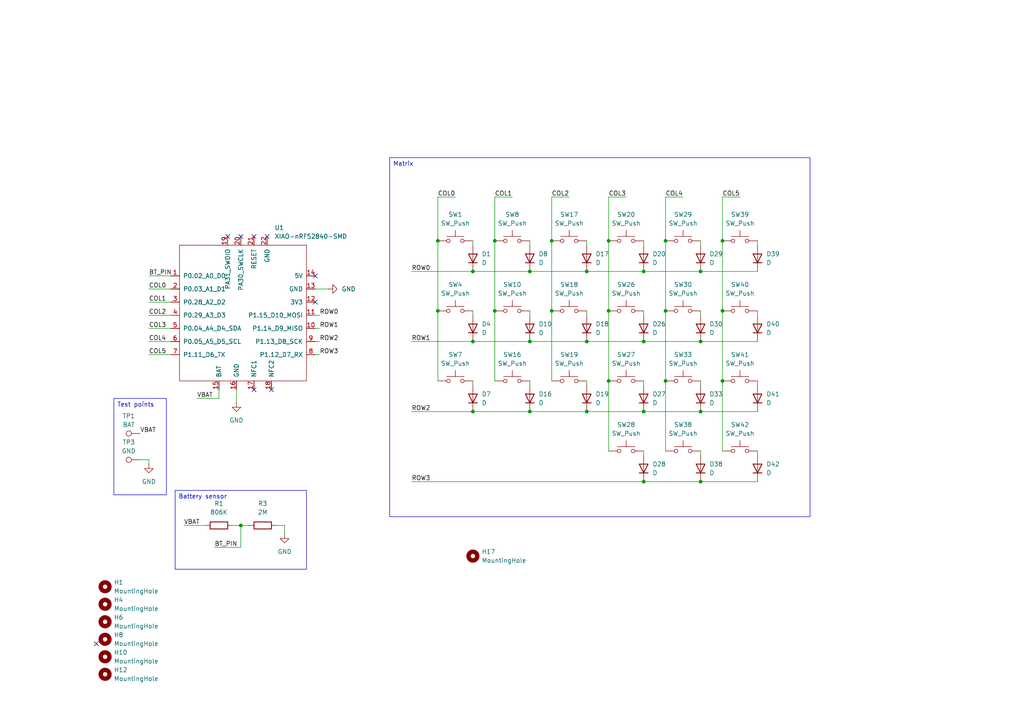
<source format=kicad_sch>
(kicad_sch (version 20250114) (generator "eeschema") (generator_version "9.0")
  (paper "A4")
  (lib_symbols
    (symbol "Connector:TestPoint" (pin_numbers (hide yes)) (pin_names (offset 0.762) (hide yes))
      (property "Reference" "TP" (at 0 6.858 0))
      (property "Value" "TestPoint" (at 0 5.08 0))
      (symbol "TestPoint_0_1"
        (circle (center 0 3.302) (radius 0.762))
      )
      (symbol "TestPoint_1_1"
        (pin passive line (at 0 0 90) (length 2.54) (name "1") (number "1"))
      )
    )
    (symbol "Device:D" (pin_numbers (hide yes)) (pin_names (offset 1.016) (hide yes))
      (property "Reference" "D" (at 0 2.54 0))
      (property "Value" "D" (at 0 -2.54 0))
      (symbol "D_0_1"
        (polyline (pts (xy -1.27 1.27) (xy -1.27 -1.27)) (stroke (width 0.254)))
        (polyline (pts (xy 1.27 1.27) (xy 1.27 -1.27) (xy -1.27 0) (xy 1.27 1.27)) (stroke (width 0.254)))
        (polyline (pts (xy 1.27 0) (xy -1.27 0)))
      )
      (symbol "D_1_1"
        (pin passive line (at -3.81 0 0) (length 2.54) (name "K") (number "1"))
        (pin passive line (at 3.81 0 180) (length 2.54) (name "A") (number "2"))
      )
    )
    (symbol "Device:R" (pin_numbers (hide yes)) (pin_names (offset 0))
      (property "Reference" "R" (at 2.032 0 90))
      (property "Value" "R" (at 0 0 90))
      (symbol "R_0_1"
        (rectangle (start -1.016 -2.54) (end 1.016 2.54) (stroke (width 0.254)))
      )
      (symbol "R_1_1"
        (pin passive line (at 0 3.81 270) (length 1.27) (name "~") (number "1"))
        (pin passive line (at 0 -3.81 90) (length 1.27) (name "~") (number "2"))
      )
    )
    (symbol "Mechanical:MountingHole" (pin_names (offset 1.016)) (in_bom no)
      (property "Reference" "H" (at 0 5.08 0))
      (property "Value" "MountingHole" (at 0 3.175 0))
      (symbol "MountingHole_0_1"
        (circle (center 0 0) (radius 1.27) (stroke (width 1.27)))
      )
    )
    (symbol "OPL:XIAO-nRF52840-SMD" (pin_names (offset 1.016))
      (property "Reference" "U" (at -18.542 23.114 0))
      (property "Value" "XIAO-nRF52840-SMD" (at -8.636 21.336 0))
      (symbol "XIAO-nRF52840-SMD_0_1"
        (rectangle (start -19.05 20.32) (end 17.78 -19.05))
      )
      (symbol "XIAO-nRF52840-SMD_1_1"
        (pin passive line (at -21.59 11.43 0) (length 2.54) (name "P0.02_A0_D0") (number "1"))
        (pin passive line (at -21.59 7.62 0) (length 2.54) (name "P0.03_A1_D1") (number "2"))
        (pin passive line (at -21.59 3.81 0) (length 2.54) (name "P0.28_A2_D2") (number "3"))
        (pin passive line (at -21.59 0 0) (length 2.54) (name "P0.29_A3_D3") (number "4"))
        (pin passive line (at -21.59 -3.81 0) (length 2.54) (name "P0.04_A4_D4_SDA") (number "5"))
        (pin passive line (at -21.59 -7.62 0) (length 2.54) (name "P0.05_A5_D5_SCL") (number "6"))
        (pin passive line (at -21.59 -11.43 0) (length 2.54) (name "P1.11_D6_TX") (number "7"))
        (pin passive line (at -7.62 -21.59 90) (length 2.54) (name "BAT") (number "15"))
        (pin passive line (at -5.08 22.86 270) (length 2.54) (name "PA31_SWDIO") (number "19"))
        (pin passive line (at -2.54 -21.59 90) (length 2.54) (name "GND") (number "16"))
        (pin passive line (at -1.27 22.86 270) (length 2.54) (name "PA30_SWCLK") (number "20"))
        (pin passive line (at 2.54 22.86 270) (length 2.54) (name "RESET") (number "21"))
        (pin passive line (at 2.54 -21.59 90) (length 2.54) (name "NFC1") (number "17"))
        (pin passive line (at 6.35 22.86 270) (length 2.54) (name "GND") (number "22"))
        (pin passive line (at 7.62 -21.59 90) (length 2.54) (name "NFC2") (number "18"))
        (pin passive line (at 20.32 11.43 180) (length 2.54) (name "5V") (number "14"))
        (pin passive line (at 20.32 7.62 180) (length 2.54) (name "GND") (number "13"))
        (pin passive line (at 20.32 3.81 180) (length 2.54) (name "3V3") (number "12"))
        (pin passive line (at 20.32 0 180) (length 2.54) (name "P1.15_D10_MOSI") (number "11"))
        (pin passive line (at 20.32 -3.81 180) (length 2.54) (name "P1.14_D9_MISO") (number "10"))
        (pin passive line (at 20.32 -7.62 180) (length 2.54) (name "P1.13_D8_SCK") (number "9"))
        (pin passive line (at 20.32 -11.43 180) (length 2.54) (name "P1.12_D7_RX") (number "8"))
      )
    )
    (symbol "Switch:SW_Push" (pin_numbers (hide yes)) (pin_names (offset 1.016) (hide yes))
      (property "Reference" "SW" (at 1.27 2.54 0))
      (property "Value" "SW_Push" (at 0 -1.524 0))
      (symbol "SW_Push_0_1"
        (circle (center -2.032 0) (radius 0.508))
        (polyline (pts (xy 0 1.27) (xy 0 3.048)))
        (circle (center 2.032 0) (radius 0.508))
        (polyline (pts (xy 2.54 1.27) (xy -2.54 1.27)))
        (pin passive line (at -5.08 0 0) (length 2.54) (name "1") (number "1"))
        (pin passive line (at 5.08 0 180) (length 2.54) (name "2") (number "2"))
      )
    )
    (symbol "power:GND" (power) (pin_numbers (hide yes)) (pin_names (offset 0) (hide yes))
      (property "Value" "GND" (at 0 -3.81 0))
      (symbol "GND_0_1"
        (polyline (pts (xy 0 0) (xy 0 -1.27) (xy 1.27 -1.27) (xy 0 -2.54) (xy -1.27 -1.27) (xy 0 -1.27)))
      )
      (symbol "GND_1_1"
        (pin power_in line (at 0 0 270) (length 0) (name "~") (number "1"))
      )
    )
  )
  (text_box "Matrix" (at 113.03 45.72 0) (size 121.92 104.14) (margins 0.9525 0.9525 0.9525 0.9525) (effects (font (size 1.27 1.27)) (justify left top)))
  (text_box "Test points" (at 33.02 115.57 0) (size 15.24 27.94) (margins 0.9525 0.9525 0.9525 0.9525) (effects (font (size 1.27 1.27)) (justify left top)))
  (text_box "Battery sensor" (at 50.8 142.24 0) (size 38.1 22.86) (margins 0.9525 0.9525 0.9525 0.9525) (effects (font (size 1.27 1.27)) (justify left top)))
  (junction (at 137.16 119.38))
  (junction (at 153.67 119.38))
  (junction (at 127 90.17))
  (junction (at 203.2 119.38))
  (junction (at 193.04 90.17))
  (junction (at 137.16 99.06))
  (junction (at 193.04 110.49))
  (junction (at 170.18 99.06))
  (junction (at 160.02 69.85))
  (junction (at 203.2 99.06))
  (junction (at 170.18 78.74))
  (junction (at 209.55 110.49))
  (junction (at 160.02 90.17))
  (junction (at 203.2 78.74))
  (junction (at 153.67 78.74))
  (junction (at 186.69 139.7))
  (junction (at 143.51 90.17))
  (junction (at 209.55 90.17))
  (junction (at 186.69 99.06))
  (junction (at 137.16 78.74))
  (junction (at 193.04 69.85))
  (junction (at 203.2 139.7))
  (junction (at 186.69 119.38))
  (junction (at 143.51 69.85))
  (junction (at 209.55 69.85))
  (junction (at 176.53 110.49))
  (junction (at 69.85 152.4))
  (junction (at 176.53 90.17))
  (junction (at 127 69.85))
  (junction (at 176.53 69.85))
  (junction (at 153.67 99.06))
  (junction (at 186.69 78.74))
  (junction (at 170.18 119.38))
  (no_connect (at 91.44 87.63))
  (no_connect (at 77.47 68.58))
  (no_connect (at 69.85 68.58))
  (no_connect (at 73.66 68.58))
  (no_connect (at 66.04 68.58))
  (no_connect (at 73.66 113.03))
  (no_connect (at 78.74 113.03))
  (no_connect (at 27.94 186.69))
  (no_connect (at 91.44 80.01))
  (wire (pts (xy 209.55 57.15) (xy 214.63 57.15)))
  (wire (pts (xy 143.51 69.85) (xy 143.51 90.17)))
  (wire (pts (xy 153.67 78.74) (xy 170.18 78.74)))
  (wire (pts (xy 203.2 119.38) (xy 219.71 119.38)))
  (wire (pts (xy 127 69.85) (xy 127 90.17)))
  (wire (pts (xy 203.2 130.81) (xy 203.2 132.08)))
  (wire (pts (xy 176.53 69.85) (xy 176.53 57.15)))
  (wire (pts (xy 127 90.17) (xy 127 110.49)))
  (wire (pts (xy 63.5 115.57) (xy 63.5 113.03)))
  (wire (pts (xy 209.55 110.49) (xy 209.55 130.81)))
  (wire (pts (xy 186.69 78.74) (xy 203.2 78.74)))
  (wire (pts (xy 91.44 83.82) (xy 95.25 83.82)))
  (wire (pts (xy 160.02 57.15) (xy 165.1 57.15)))
  (wire (pts (xy 186.69 130.81) (xy 186.69 132.08)))
  (wire (pts (xy 160.02 90.17) (xy 160.02 110.49)))
  (wire (pts (xy 170.18 69.85) (xy 170.18 71.12)))
  (wire (pts (xy 186.69 119.38) (xy 203.2 119.38)))
  (wire (pts (xy 91.44 95.25) (xy 92.71 95.25)))
  (wire (pts (xy 91.44 99.06) (xy 92.71 99.06)))
  (wire (pts (xy 170.18 78.74) (xy 186.69 78.74)))
  (wire (pts (xy 203.2 139.7) (xy 219.71 139.7)))
  (wire (pts (xy 193.04 57.15) (xy 198.12 57.15)))
  (wire (pts (xy 82.55 154.94) (xy 82.55 152.4)))
  (wire (pts (xy 170.18 110.49) (xy 170.18 111.76)))
  (wire (pts (xy 119.38 119.38) (xy 137.16 119.38)))
  (wire (pts (xy 160.02 69.85) (xy 160.02 90.17)))
  (wire (pts (xy 153.67 119.38) (xy 170.18 119.38)))
  (wire (pts (xy 69.85 152.4) (xy 67.31 152.4)))
  (wire (pts (xy 219.71 69.85) (xy 219.71 71.12)))
  (wire (pts (xy 170.18 119.38) (xy 186.69 119.38)))
  (wire (pts (xy 209.55 90.17) (xy 209.55 110.49)))
  (wire (pts (xy 153.67 99.06) (xy 170.18 99.06)))
  (wire (pts (xy 43.18 83.82) (xy 49.53 83.82)))
  (wire (pts (xy 186.69 139.7) (xy 203.2 139.7)))
  (wire (pts (xy 219.71 130.81) (xy 219.71 132.08)))
  (wire (pts (xy 43.18 87.63) (xy 49.53 87.63)))
  (wire (pts (xy 43.18 80.01) (xy 49.53 80.01)))
  (wire (pts (xy 186.69 90.17) (xy 186.69 91.44)))
  (wire (pts (xy 68.58 113.03) (xy 68.58 116.84)))
  (wire (pts (xy 137.16 119.38) (xy 153.67 119.38)))
  (wire (pts (xy 193.04 69.85) (xy 193.04 57.15)))
  (wire (pts (xy 203.2 110.49) (xy 203.2 111.76)))
  (wire (pts (xy 170.18 99.06) (xy 186.69 99.06)))
  (wire (pts (xy 203.2 99.06) (xy 219.71 99.06)))
  (wire (pts (xy 193.04 110.49) (xy 193.04 130.81)))
  (wire (pts (xy 203.2 90.17) (xy 203.2 91.44)))
  (wire (pts (xy 137.16 78.74) (xy 153.67 78.74)))
  (wire (pts (xy 62.23 158.75) (xy 69.85 158.75)))
  (wire (pts (xy 53.34 152.4) (xy 59.69 152.4)))
  (wire (pts (xy 219.71 90.17) (xy 219.71 91.44)))
  (wire (pts (xy 176.53 90.17) (xy 176.53 110.49)))
  (wire (pts (xy 209.55 69.85) (xy 209.55 90.17)))
  (wire (pts (xy 69.85 158.75) (xy 69.85 152.4)))
  (wire (pts (xy 143.51 57.15) (xy 148.59 57.15)))
  (wire (pts (xy 170.18 90.17) (xy 170.18 91.44)))
  (wire (pts (xy 143.51 69.85) (xy 143.51 57.15)))
  (wire (pts (xy 193.04 90.17) (xy 193.04 110.49)))
  (wire (pts (xy 203.2 69.85) (xy 203.2 71.12)))
  (wire (pts (xy 186.69 99.06) (xy 203.2 99.06)))
  (wire (pts (xy 43.18 99.06) (xy 49.53 99.06)))
  (wire (pts (xy 209.55 69.85) (xy 209.55 57.15)))
  (wire (pts (xy 160.02 69.85) (xy 160.02 57.15)))
  (wire (pts (xy 43.18 91.44) (xy 49.53 91.44)))
  (wire (pts (xy 119.38 78.74) (xy 137.16 78.74)))
  (wire (pts (xy 43.18 95.25) (xy 49.53 95.25)))
  (wire (pts (xy 43.18 102.87) (xy 49.53 102.87)))
  (wire (pts (xy 137.16 90.17) (xy 137.16 91.44)))
  (wire (pts (xy 127 57.15) (xy 132.08 57.15)))
  (wire (pts (xy 176.53 69.85) (xy 176.53 90.17)))
  (wire (pts (xy 186.69 69.85) (xy 186.69 71.12)))
  (wire (pts (xy 137.16 99.06) (xy 153.67 99.06)))
  (wire (pts (xy 91.44 102.87) (xy 92.71 102.87)))
  (wire (pts (xy 43.18 133.35) (xy 40.64 133.35)))
  (wire (pts (xy 219.71 110.49) (xy 219.71 111.76)))
  (wire (pts (xy 153.67 69.85) (xy 153.67 71.12)))
  (wire (pts (xy 143.51 90.17) (xy 143.51 110.49)))
  (wire (pts (xy 57.15 115.57) (xy 63.5 115.57)))
  (wire (pts (xy 119.38 99.06) (xy 137.16 99.06)))
  (wire (pts (xy 137.16 110.49) (xy 137.16 111.76)))
  (wire (pts (xy 153.67 110.49) (xy 153.67 111.76)))
  (wire (pts (xy 127 69.85) (xy 127 57.15)))
  (wire (pts (xy 69.85 152.4) (xy 72.39 152.4)))
  (wire (pts (xy 43.18 134.62) (xy 43.18 133.35)))
  (wire (pts (xy 119.38 139.7) (xy 186.69 139.7)))
  (wire (pts (xy 137.16 69.85) (xy 137.16 71.12)))
  (wire (pts (xy 153.67 90.17) (xy 153.67 91.44)))
  (wire (pts (xy 176.53 57.15) (xy 181.61 57.15)))
  (wire (pts (xy 91.44 91.44) (xy 92.71 91.44)))
  (wire (pts (xy 176.53 110.49) (xy 176.53 130.81)))
  (wire (pts (xy 82.55 152.4) (xy 80.01 152.4)))
  (wire (pts (xy 193.04 69.85) (xy 193.04 90.17)))
  (wire (pts (xy 186.69 110.49) (xy 186.69 111.76)))
  (wire (pts (xy 203.2 78.74) (xy 219.71 78.74)))
  (label "COL1" (at 143.51 57.15 0))
  (label "ROW0" (at 92.71 91.44 0))
  (label "ROW2" (at 92.71 99.06 0))
  (label "ROW1" (at 119.38 99.06 0))
  (label "COL2" (at 43.18 91.44 0))
  (label "COL0" (at 43.18 83.82 0))
  (label "VBAT" (at 40.64 125.73 0))
  (label "ROW1" (at 92.71 95.25 0))
  (label "COL0" (at 127 57.15 0))
  (label "COL2" (at 160.02 57.15 0))
  (label "ROW2" (at 119.38 119.38 0))
  (label "COL5" (at 43.18 102.87 0))
  (label "COL4" (at 43.18 99.06 0))
  (label "COL3" (at 176.53 57.15 0))
  (label "COL4" (at 193.04 57.15 0))
  (label "ROW0" (at 119.38 78.74 0))
  (label "COL3" (at 43.18 95.25 0))
  (label "VBAT" (at 57.15 115.57 0))
  (label "VBAT" (at 53.34 152.4 0))
  (label "COL5" (at 209.55 57.15 0))
  (label "ROW3" (at 92.71 102.87 0))
  (label "BT_PIN" (at 62.23 158.75 0))
  (label "BT_PIN" (at 43.18 80.01 0))
  (label "ROW3" (at 119.38 139.7 0))
  (label "COL1" (at 43.18 87.63 0))
  (symbol (lib_id "Switch:SW_Push") (at 165.1 110.49 0) (unit 1)
    (property "Reference" "SW19" (at 165.1 102.87 0))
    (property "Value" "SW_Push" (at 165.1 105.41 0))
    (property "Footprint" "PCM_marbastlib-mx:SW_MX_HS_CPG151101S11_1u" (effects (hide yes)))
    (property "Description" "Push button switch, generic, two pins" (effects (hide yes)))
  )
  (symbol (lib_id "Device:R") (at 63.5 152.4 90) (unit 1)
    (property "Reference" "R2" (at 63.5 146.05 90))
    (property "Value" "806K" (at 63.5 148.59 90))
    (property "Footprint" "Resistor_SMD:R_0805_2012Metric" (effects (hide yes)))
    (property "Description" "Resistor" (effects (hide yes)))
    (instances (project "" (path "" (reference "R1") (unit 1)) (path "" (reference "R2") (unit 1))))
  )
  (symbol (lib_id "Switch:SW_Push") (at 198.12 90.17 0) (unit 1)
    (property "Reference" "SW30" (at 198.12 82.55 0))
    (property "Value" "SW_Push" (at 198.12 85.09 0))
    (property "Footprint" "PCM_marbastlib-mx:SW_MX_HS_CPG151101S11_1u" (effects (hide yes)))
    (property "Description" "Push button switch, generic, two pins" (effects (hide yes)))
  )
  (symbol (lib_id "Switch:SW_Push") (at 198.12 130.81 0) (unit 1)
    (property "Reference" "SW38" (at 198.12 123.19 0))
    (property "Value" "SW_Push" (at 198.12 125.73 0))
    (property "Footprint" "PCM_marbastlib-mx:SW_MX_HS_CPG151101S11_1u" (effects (hide yes)))
    (property "Description" "Push button switch, generic, two pins" (effects (hide yes)))
  )
  (symbol (lib_id "Device:D") (at 186.69 115.57 90) (unit 1)
    (property "Reference" "D27" (at 189.23 114.2999 90) (effects (justify right)))
    (property "Value" "D" (at 189.23 116.8399 90) (effects (justify right)))
    (property "Footprint" "Diode_SMD:D_SOD-123" (effects (hide yes)))
    (property "Description" "Diode" (effects (hide yes)))
    (property "Sim.Device" "D" (effects (hide yes)))
    (property "Sim.Pins" "1=K 2=A" (effects (hide yes)))
  )
  (symbol (lib_id "Device:D") (at 137.16 115.57 90) (unit 1)
    (property "Reference" "D7" (at 139.7 114.2999 90) (effects (justify right)))
    (property "Value" "D" (at 139.7 116.8399 90) (effects (justify right)))
    (property "Footprint" "Diode_SMD:D_SOD-123" (effects (hide yes)))
    (property "Description" "Diode" (effects (hide yes)))
    (property "Sim.Device" "D" (effects (hide yes)))
    (property "Sim.Pins" "1=K 2=A" (effects (hide yes)))
  )
  (symbol (lib_id "Switch:SW_Push") (at 198.12 110.49 0) (unit 1)
    (property "Reference" "SW33" (at 198.12 102.87 0))
    (property "Value" "SW_Push" (at 198.12 105.41 0))
    (property "Footprint" "PCM_marbastlib-mx:SW_MX_HS_CPG151101S11_1u" (effects (hide yes)))
    (property "Description" "Push button switch, generic, two pins" (effects (hide yes)))
  )
  (symbol (lib_id "power:GND") (at 68.58 116.84 0) (unit 1)
    (property "Reference" "#PWR04" (effects (hide yes)))
    (property "Value" "GND" (at 68.58 121.92 0))
    (property "Description" "Power symbol creates a global label with name \"GND\" , ground" (effects (hide yes)))
    (instances (project "" (path "" (reference "#PWR03") (unit 1)) (path "" (reference "#PWR04") (unit 1))))
  )
  (symbol (lib_id "Device:D") (at 137.16 95.25 90) (unit 1)
    (property "Reference" "D4" (at 139.7 93.9799 90) (effects (justify right)))
    (property "Value" "D" (at 139.7 96.5199 90) (effects (justify right)))
    (property "Footprint" "Diode_SMD:D_SOD-123" (effects (hide yes)))
    (property "Description" "Diode" (effects (hide yes)))
    (property "Sim.Device" "D" (effects (hide yes)))
    (property "Sim.Pins" "1=K 2=A" (effects (hide yes)))
  )
  (symbol (lib_id "power:GND") (at 43.18 134.62 0) (unit 1)
    (property "Reference" "#PWR02" (effects (hide yes)))
    (property "Value" "GND" (at 43.18 139.7 0))
    (property "Description" "Power symbol creates a global label with name \"GND\" , ground" (effects (hide yes)))
    (instances (project "" (path "" (reference "#PWR01") (unit 1)) (path "" (reference "#PWR02") (unit 1))))
  )
  (symbol (lib_id "Switch:SW_Push") (at 148.59 69.85 0) (unit 1)
    (property "Reference" "SW8" (at 148.59 62.23 0))
    (property "Value" "SW_Push" (at 148.59 64.77 0))
    (property "Footprint" "PCM_marbastlib-mx:SW_MX_HS_CPG151101S11_1u" (effects (hide yes)))
    (property "Description" "Push button switch, generic, two pins" (effects (hide yes)))
  )
  (symbol (lib_id "Switch:SW_Push") (at 214.63 69.85 0) (unit 1)
    (property "Reference" "SW39" (at 214.63 62.23 0))
    (property "Value" "SW_Push" (at 214.63 64.77 0))
    (property "Footprint" "PCM_marbastlib-mx:SW_MX_HS_CPG151101S11_1u" (effects (hide yes)))
    (property "Description" "Push button switch, generic, two pins" (effects (hide yes)))
  )
  (symbol (lib_id "Device:D") (at 203.2 95.25 90) (unit 1)
    (property "Reference" "D30" (at 205.74 93.9799 90) (effects (justify right)))
    (property "Value" "D" (at 205.74 96.5199 90) (effects (justify right)))
    (property "Footprint" "Diode_SMD:D_SOD-123" (effects (hide yes)))
    (property "Description" "Diode" (effects (hide yes)))
    (property "Sim.Device" "D" (effects (hide yes)))
    (property "Sim.Pins" "1=K 2=A" (effects (hide yes)))
  )
  (symbol (lib_id "Connector:TestPoint") (at 40.64 125.73 90) (unit 1)
    (property "Reference" "TP2" (at 37.338 120.65 90))
    (property "Value" "BAT" (at 37.338 123.19 90))
    (property "Footprint" "TestPoint:TestPoint_Pad_D2.0mm" (effects (hide yes)))
    (property "Description" "test point" (effects (hide yes)))
    (instances (project "" (path "" (reference "TP1") (unit 1)) (path "" (reference "TP2") (unit 1))))
  )
  (symbol (lib_id "Switch:SW_Push") (at 214.63 130.81 0) (unit 1)
    (property "Reference" "SW42" (at 214.63 123.19 0))
    (property "Value" "SW_Push" (at 214.63 125.73 0))
    (property "Footprint" "PCM_marbastlib-mx:SW_MX_HS_CPG151101S11_1u" (effects (hide yes)))
    (property "Description" "Push button switch, generic, two pins" (effects (hide yes)))
  )
  (symbol (lib_id "Device:D") (at 186.69 95.25 90) (unit 1)
    (property "Reference" "D26" (at 189.23 93.9799 90) (effects (justify right)))
    (property "Value" "D" (at 189.23 96.5199 90) (effects (justify right)))
    (property "Footprint" "Diode_SMD:D_SOD-123" (effects (hide yes)))
    (property "Description" "Diode" (effects (hide yes)))
    (property "Sim.Device" "D" (effects (hide yes)))
    (property "Sim.Pins" "1=K 2=A" (effects (hide yes)))
  )
  (symbol (lib_id "Device:R") (at 76.2 152.4 90) (unit 1)
    (property "Reference" "R4" (at 76.2 146.05 90))
    (property "Value" "2M" (at 76.2 148.59 90))
    (property "Footprint" "Resistor_SMD:R_0805_2012Metric" (effects (hide yes)))
    (property "Description" "Resistor" (effects (hide yes)))
    (instances (project "" (path "" (reference "R3") (unit 1)) (path "" (reference "R4") (unit 1))))
  )
  (symbol (lib_id "Mechanical:MountingHole") (at 30.48 170.18 0) (unit 1) (in_bom no)
    (property "Reference" "H2" (at 33.02 168.9099 0) (effects (justify left)))
    (property "Value" "MountingHole" (at 33.02 171.4499 0) (effects (justify left)))
    (property "Footprint" "MountingHole:MountingHole_2.2mm_M2" (effects (hide yes)))
    (property "Description" "Mounting Hole without connection" (effects (hide yes)))
    (instances (project "" (path "" (reference "H1") (unit 1)) (path "" (reference "H2") (unit 1))))
  )
  (symbol (lib_id "Device:D") (at 170.18 95.25 90) (unit 1)
    (property "Reference" "D18" (at 172.72 93.9799 90) (effects (justify right)))
    (property "Value" "D" (at 172.72 96.5199 90) (effects (justify right)))
    (property "Footprint" "Diode_SMD:D_SOD-123" (effects (hide yes)))
    (property "Description" "Diode" (effects (hide yes)))
    (property "Sim.Device" "D" (effects (hide yes)))
    (property "Sim.Pins" "1=K 2=A" (effects (hide yes)))
  )
  (symbol (lib_id "Mechanical:MountingHole") (at 30.48 190.5 0) (unit 1) (in_bom no)
    (property "Reference" "H10" (at 33.02 189.23 0) (effects (justify left)))
    (property "Value" "MountingHole" (at 33.02 191.7699 0) (effects (justify left)))
    (property "Footprint" "MountingHole:MountingHole_2.2mm_M2" (effects (hide yes)))
    (property "Description" "Mounting Hole without connection" (effects (hide yes)))
  )
  (symbol (lib_id "Device:D") (at 219.71 95.25 90) (unit 1)
    (property "Reference" "D40" (at 222.25 93.9799 90) (effects (justify right)))
    (property "Value" "D" (at 222.25 96.5199 90) (effects (justify right)))
    (property "Footprint" "Diode_SMD:D_SOD-123" (effects (hide yes)))
    (property "Description" "Diode" (effects (hide yes)))
    (property "Sim.Device" "D" (effects (hide yes)))
    (property "Sim.Pins" "1=K 2=A" (effects (hide yes)))
  )
  (symbol (lib_id "Switch:SW_Push") (at 165.1 69.85 0) (unit 1)
    (property "Reference" "SW17" (at 165.1 62.23 0))
    (property "Value" "SW_Push" (at 165.1 64.77 0))
    (property "Footprint" "PCM_marbastlib-mx:SW_MX_HS_CPG151101S11_1u" (effects (hide yes)))
    (property "Description" "Push button switch, generic, two pins" (effects (hide yes)))
  )
  (symbol (lib_id "Mechanical:MountingHole") (at 30.48 175.26 0) (unit 1) (in_bom no)
    (property "Reference" "H4" (at 33.02 173.9899 0) (effects (justify left)))
    (property "Value" "MountingHole" (at 33.02 176.5299 0) (effects (justify left)))
    (property "Footprint" "MountingHole:MountingHole_2.2mm_M2" (effects (hide yes)))
    (property "Description" "Mounting Hole without connection" (effects (hide yes)))
  )
  (symbol (lib_id "Device:D") (at 186.69 135.89 90) (unit 1)
    (property "Reference" "D28" (at 189.23 134.6199 90) (effects (justify right)))
    (property "Value" "D" (at 189.23 137.1599 90) (effects (justify right)))
    (property "Footprint" "Diode_SMD:D_SOD-123" (effects (hide yes)))
    (property "Description" "Diode" (effects (hide yes)))
    (property "Sim.Device" "D" (effects (hide yes)))
    (property "Sim.Pins" "1=K 2=A" (effects (hide yes)))
  )
  (symbol (lib_id "Device:D") (at 170.18 74.93 90) (unit 1)
    (property "Reference" "D17" (at 172.72 73.6599 90) (effects (justify right)))
    (property "Value" "D" (at 172.72 76.1999 90) (effects (justify right)))
    (property "Footprint" "Diode_SMD:D_SOD-123" (effects (hide yes)))
    (property "Description" "Diode" (effects (hide yes)))
    (property "Sim.Device" "D" (effects (hide yes)))
    (property "Sim.Pins" "1=K 2=A" (effects (hide yes)))
  )
  (symbol (lib_id "Switch:SW_Push") (at 181.61 130.81 0) (unit 1)
    (property "Reference" "SW28" (at 181.61 123.19 0))
    (property "Value" "SW_Push" (at 181.61 125.73 0))
    (property "Footprint" "PCM_marbastlib-mx:SW_MX_HS_CPG151101S11_1u" (effects (hide yes)))
    (property "Description" "Push button switch, generic, two pins" (effects (hide yes)))
  )
  (symbol (lib_id "power:GND") (at 82.55 154.94 0) (unit 1)
    (property "Reference" "#PWR08" (effects (hide yes)))
    (property "Value" "GND" (at 82.55 160.02 0))
    (property "Description" "Power symbol creates a global label with name \"GND\" , ground" (effects (hide yes)))
    (instances (project "" (path "" (reference "#PWR07") (unit 1)) (path "" (reference "#PWR08") (unit 1))))
  )
  (symbol (lib_id "Device:D") (at 219.71 135.89 90) (unit 1)
    (property "Reference" "D42" (at 222.25 134.6199 90) (effects (justify right)))
    (property "Value" "D" (at 222.25 137.1599 90) (effects (justify right)))
    (property "Footprint" "Diode_SMD:D_SOD-123" (effects (hide yes)))
    (property "Description" "Diode" (effects (hide yes)))
    (property "Sim.Device" "D" (effects (hide yes)))
    (property "Sim.Pins" "1=K 2=A" (effects (hide yes)))
  )
  (symbol (lib_id "Mechanical:MountingHole") (at 30.48 180.34 0) (unit 1) (in_bom no)
    (property "Reference" "H6" (at 33.02 179.0699 0) (effects (justify left)))
    (property "Value" "MountingHole" (at 33.02 181.6099 0) (effects (justify left)))
    (property "Footprint" "MountingHole:MountingHole_2.2mm_M2" (effects (hide yes)))
    (property "Description" "Mounting Hole without connection" (effects (hide yes)))
  )
  (symbol (lib_id "Device:D") (at 203.2 115.57 90) (unit 1)
    (property "Reference" "D33" (at 205.74 114.2999 90) (effects (justify right)))
    (property "Value" "D" (at 205.74 116.8399 90) (effects (justify right)))
    (property "Footprint" "Diode_SMD:D_SOD-123" (effects (hide yes)))
    (property "Description" "Diode" (effects (hide yes)))
    (property "Sim.Device" "D" (effects (hide yes)))
    (property "Sim.Pins" "1=K 2=A" (effects (hide yes)))
  )
  (symbol (lib_id "Switch:SW_Push") (at 165.1 90.17 0) (unit 1)
    (property "Reference" "SW18" (at 165.1 82.55 0))
    (property "Value" "SW_Push" (at 165.1 85.09 0))
    (property "Footprint" "PCM_marbastlib-mx:SW_MX_HS_CPG151101S11_1u" (effects (hide yes)))
    (property "Description" "Push button switch, generic, two pins" (effects (hide yes)))
  )
  (symbol (lib_id "Device:D") (at 137.16 74.93 90) (unit 1)
    (property "Reference" "D2" (at 139.7 73.6599 90) (effects (justify right)))
    (property "Value" "D" (at 139.7 76.1999 90) (effects (justify right)))
    (property "Footprint" "Diode_SMD:D_SOD-123" (effects (hide yes)))
    (property "Description" "Diode" (effects (hide yes)))
    (property "Sim.Device" "D" (effects (hide yes)))
    (property "Sim.Pins" "1=K 2=A" (effects (hide yes)))
    (instances (project "" (path "" (reference "D1") (unit 1)) (path "" (reference "D2") (unit 1))))
  )
  (symbol (lib_id "Device:D") (at 153.67 74.93 90) (unit 1)
    (property "Reference" "D8" (at 156.21 73.6599 90) (effects (justify right)))
    (property "Value" "D" (at 156.21 76.1999 90) (effects (justify right)))
    (property "Footprint" "Diode_SMD:D_SOD-123" (effects (hide yes)))
    (property "Description" "Diode" (effects (hide yes)))
    (property "Sim.Device" "D" (effects (hide yes)))
    (property "Sim.Pins" "1=K 2=A" (effects (hide yes)))
  )
  (symbol (lib_id "Switch:SW_Push") (at 181.61 90.17 0) (unit 1)
    (property "Reference" "SW26" (at 181.61 82.55 0))
    (property "Value" "SW_Push" (at 181.61 85.09 0))
    (property "Footprint" "PCM_marbastlib-mx:SW_MX_HS_CPG151101S11_1u" (effects (hide yes)))
    (property "Description" "Push button switch, generic, two pins" (effects (hide yes)))
  )
  (symbol (lib_id "Device:D") (at 153.67 95.25 90) (unit 1)
    (property "Reference" "D10" (at 156.21 93.9799 90) (effects (justify right)))
    (property "Value" "D" (at 156.21 96.5199 90) (effects (justify right)))
    (property "Footprint" "Diode_SMD:D_SOD-123" (effects (hide yes)))
    (property "Description" "Diode" (effects (hide yes)))
    (property "Sim.Device" "D" (effects (hide yes)))
    (property "Sim.Pins" "1=K 2=A" (effects (hide yes)))
  )
  (symbol (lib_id "Switch:SW_Push") (at 148.59 110.49 0) (unit 1)
    (property "Reference" "SW16" (at 148.59 102.87 0))
    (property "Value" "SW_Push" (at 148.59 105.41 0))
    (property "Footprint" "PCM_marbastlib-mx:SW_MX_HS_CPG151101S11_1u" (effects (hide yes)))
    (property "Description" "Push button switch, generic, two pins" (effects (hide yes)))
  )
  (symbol (lib_id "Switch:SW_Push") (at 132.08 69.85 0) (unit 1)
    (property "Reference" "SW2" (at 132.08 62.23 0))
    (property "Value" "SW_Push" (at 132.08 64.77 0))
    (property "Footprint" "PCM_marbastlib-mx:SW_MX_HS_CPG151101S11_1.25u" (effects (hide yes)))
    (property "Description" "Push button switch, generic, two pins" (effects (hide yes)))
    (instances (project "" (path "" (reference "SW1") (unit 1)) (path "" (reference "SW2") (unit 1))))
  )
  (symbol (lib_id "Switch:SW_Push") (at 132.08 110.49 0) (unit 1)
    (property "Reference" "SW7" (at 132.08 102.87 0))
    (property "Value" "SW_Push" (at 132.08 105.41 0))
    (property "Footprint" "PCM_marbastlib-mx:SW_MX_HS_CPG151101S11_1.25u" (effects (hide yes)))
    (property "Description" "Push button switch, generic, two pins" (effects (hide yes)))
  )
  (symbol (lib_id "Switch:SW_Push") (at 181.61 69.85 0) (unit 1)
    (property "Reference" "SW20" (at 181.61 62.23 0))
    (property "Value" "SW_Push" (at 181.61 64.77 0))
    (property "Footprint" "PCM_marbastlib-mx:SW_MX_HS_CPG151101S11_1u" (effects (hide yes)))
    (property "Description" "Push button switch, generic, two pins" (effects (hide yes)))
  )
  (symbol (lib_id "Switch:SW_Push") (at 214.63 90.17 0) (unit 1)
    (property "Reference" "SW40" (at 214.63 82.55 0))
    (property "Value" "SW_Push" (at 214.63 85.09 0))
    (property "Footprint" "PCM_marbastlib-mx:SW_MX_HS_CPG151101S11_1u" (effects (hide yes)))
    (property "Description" "Push button switch, generic, two pins" (effects (hide yes)))
  )
  (symbol (lib_id "Switch:SW_Push") (at 214.63 110.49 0) (unit 1)
    (property "Reference" "SW41" (at 214.63 102.87 0))
    (property "Value" "SW_Push" (at 214.63 105.41 0))
    (property "Footprint" "PCM_marbastlib-mx:SW_MX_HS_CPG151101S11_1u" (effects (hide yes)))
    (property "Description" "Push button switch, generic, two pins" (effects (hide yes)))
  )
  (symbol (lib_id "Mechanical:MountingHole") (at 137.16 161.29 0) (unit 1) (in_bom no)
    (property "Reference" "H17" (at 139.7 160.0199 0) (effects (justify left)))
    (property "Value" "MountingHole" (at 139.7 162.5599 0) (effects (justify left)))
    (property "Footprint" "PCM_Mounting_Keyboard_Stabilizer:Stabilizer_Cherry_MX_2.00u" (effects (hide yes)))
    (property "Description" "Mounting Hole without connection" (effects (hide yes)))
  )
  (symbol (lib_id "Switch:SW_Push") (at 198.12 69.85 0) (unit 1)
    (property "Reference" "SW29" (at 198.12 62.23 0))
    (property "Value" "SW_Push" (at 198.12 64.77 0))
    (property "Footprint" "PCM_marbastlib-mx:SW_MX_HS_CPG151101S11_1u" (effects (hide yes)))
    (property "Description" "Push button switch, generic, two pins" (effects (hide yes)))
  )
  (symbol (lib_id "Mechanical:MountingHole") (at 30.48 185.42 0) (unit 1) (in_bom no)
    (property "Reference" "H8" (at 33.02 184.1499 0) (effects (justify left)))
    (property "Value" "MountingHole" (at 33.02 186.6899 0) (effects (justify left)))
    (property "Footprint" "MountingHole:MountingHole_2.2mm_M2" (effects (hide yes)))
    (property "Description" "Mounting Hole without connection" (effects (hide yes)))
  )
  (symbol (lib_id "OPL:XIAO-nRF52840-SMD") (at 71.12 91.44 0) (unit 1)
    (property "Reference" "U2" (at 79.6133 66.04 0) (effects (justify left)))
    (property "Value" "XIAO-nRF52840-SMD" (at 79.6133 68.58 0) (effects (justify left)))
    (property "Footprint" "mod_xiao:modified-XIAO-nRF52840-SMD" (effects (hide yes)))
    (instances (project "" (path "" (reference "U1") (unit 1)) (path "" (reference "U2") (unit 1))))
  )
  (symbol (lib_id "Device:D") (at 186.69 74.93 90) (unit 1)
    (property "Reference" "D20" (at 189.23 73.6599 90) (effects (justify right)))
    (property "Value" "D" (at 189.23 76.1999 90) (effects (justify right)))
    (property "Footprint" "Diode_SMD:D_SOD-123" (effects (hide yes)))
    (property "Description" "Diode" (effects (hide yes)))
    (property "Sim.Device" "D" (effects (hide yes)))
    (property "Sim.Pins" "1=K 2=A" (effects (hide yes)))
  )
  (symbol (lib_id "Connector:TestPoint") (at 40.64 133.35 90) (unit 1)
    (property "Reference" "TP4" (at 37.338 128.27 90))
    (property "Value" "GND" (at 37.338 130.81 90))
    (property "Footprint" "TestPoint:TestPoint_Pad_D2.0mm" (effects (hide yes)))
    (property "Description" "test point" (effects (hide yes)))
    (instances (project "" (path "" (reference "TP3") (unit 1)) (path "" (reference "TP4") (unit 1))))
  )
  (symbol (lib_id "Device:D") (at 170.18 115.57 90) (unit 1)
    (property "Reference" "D19" (at 172.72 114.2999 90) (effects (justify right)))
    (property "Value" "D" (at 172.72 116.8399 90) (effects (justify right)))
    (property "Footprint" "Diode_SMD:D_SOD-123" (effects (hide yes)))
    (property "Description" "Diode" (effects (hide yes)))
    (property "Sim.Device" "D" (effects (hide yes)))
    (property "Sim.Pins" "1=K 2=A" (effects (hide yes)))
  )
  (symbol (lib_id "Device:D") (at 203.2 135.89 90) (unit 1)
    (property "Reference" "D38" (at 205.74 134.6199 90) (effects (justify right)))
    (property "Value" "D" (at 205.74 137.1599 90) (effects (justify right)))
    (property "Footprint" "Diode_SMD:D_SOD-123" (effects (hide yes)))
    (property "Description" "Diode" (effects (hide yes)))
    (property "Sim.Device" "D" (effects (hide yes)))
    (property "Sim.Pins" "1=K 2=A" (effects (hide yes)))
  )
  (symbol (lib_id "Switch:SW_Push") (at 181.61 110.49 0) (unit 1)
    (property "Reference" "SW27" (at 181.61 102.87 0))
    (property "Value" "SW_Push" (at 181.61 105.41 0))
    (property "Footprint" "PCM_marbastlib-mx:SW_MX_HS_CPG151101S11_1u" (effects (hide yes)))
    (property "Description" "Push button switch, generic, two pins" (effects (hide yes)))
  )
  (symbol (lib_id "Switch:SW_Push") (at 132.08 90.17 0) (unit 1)
    (property "Reference" "SW4" (at 132.08 82.55 0))
    (property "Value" "SW_Push" (at 132.08 85.09 0))
    (property "Footprint" "PCM_marbastlib-mx:SW_MX_HS_CPG151101S11_1.25u" (effects (hide yes)))
    (property "Description" "Push button switch, generic, two pins" (effects (hide yes)))
  )
  (symbol (lib_id "Device:D") (at 153.67 115.57 90) (unit 1)
    (property "Reference" "D16" (at 156.21 114.2999 90) (effects (justify right)))
    (property "Value" "D" (at 156.21 116.8399 90) (effects (justify right)))
    (property "Footprint" "Diode_SMD:D_SOD-123" (effects (hide yes)))
    (property "Description" "Diode" (effects (hide yes)))
    (property "Sim.Device" "D" (effects (hide yes)))
    (property "Sim.Pins" "1=K 2=A" (effects (hide yes)))
  )
  (symbol (lib_id "Device:D") (at 203.2 74.93 90) (unit 1)
    (property "Reference" "D29" (at 205.74 73.6599 90) (effects (justify right)))
    (property "Value" "D" (at 205.74 76.1999 90) (effects (justify right)))
    (property "Footprint" "Diode_SMD:D_SOD-123" (effects (hide yes)))
    (property "Description" "Diode" (effects (hide yes)))
    (property "Sim.Device" "D" (effects (hide yes)))
    (property "Sim.Pins" "1=K 2=A" (effects (hide yes)))
  )
  (symbol (lib_id "power:GND") (at 95.25 83.82 90) (unit 1)
    (property "Reference" "#PWR06" (effects (hide yes)))
    (property "Value" "GND" (at 99.06 83.8199 90) (effects (justify right)))
    (property "Description" "Power symbol creates a global label with name \"GND\" , ground" (effects (hide yes)))
    (instances (project "" (path "" (reference "#PWR05") (unit 1)) (path "" (reference "#PWR06") (unit 1))))
  )
  (symbol (lib_id "Device:D") (at 219.71 74.93 90) (unit 1)
    (property "Reference" "D39" (at 222.25 73.6599 90) (effects (justify right)))
    (property "Value" "D" (at 222.25 76.1999 90) (effects (justify right)))
    (property "Footprint" "Diode_SMD:D_SOD-123" (effects (hide yes)))
    (property "Description" "Diode" (effects (hide yes)))
    (property "Sim.Device" "D" (effects (hide yes)))
    (property "Sim.Pins" "1=K 2=A" (effects (hide yes)))
  )
  (symbol (lib_id "Mechanical:MountingHole") (at 30.48 195.58 0) (unit 1) (in_bom no)
    (property "Reference" "H12" (at 33.02 194.3099 0) (effects (justify left)))
    (property "Value" "MountingHole" (at 33.02 196.8499 0) (effects (justify left)))
    (property "Footprint" "MountingHole:MountingHole_2.2mm_M2" (effects (hide yes)))
    (property "Description" "Mounting Hole without connection" (effects (hide yes)))
  )
  (symbol (lib_id "Switch:SW_Push") (at 148.59 90.17 0) (unit 1)
    (property "Reference" "SW10" (at 148.59 82.55 0))
    (property "Value" "SW_Push" (at 148.59 85.09 0))
    (property "Footprint" "PCM_marbastlib-mx:SW_MX_HS_CPG151101S11_1u" (effects (hide yes)))
    (property "Description" "Push button switch, generic, two pins" (effects (hide yes)))
  )
  (symbol (lib_id "Device:D") (at 219.71 115.57 90) (unit 1)
    (property "Reference" "D41" (at 222.25 114.2999 90) (effects (justify right)))
    (property "Value" "D" (at 222.25 116.8399 90) (effects (justify right)))
    (property "Footprint" "Diode_SMD:D_SOD-123" (effects (hide yes)))
    (property "Description" "Diode" (effects (hide yes)))
    (property "Sim.Device" "D" (effects (hide yes)))
    (property "Sim.Pins" "1=K 2=A" (effects (hide yes)))
  )
)
</source>
